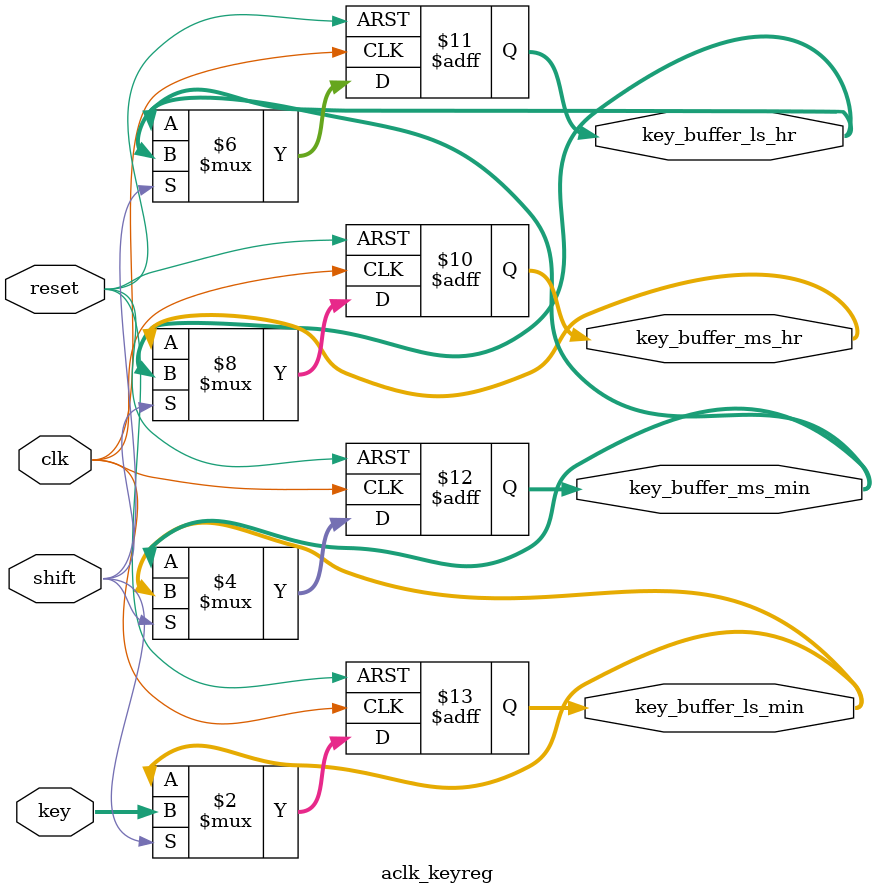
<source format=v>
module aclk_keyreg(clk,
                   reset,
                   key,
                   shift,
                   key_buffer_ms_hr,
                   key_buffer_ls_hr,
                   key_buffer_ms_min,
                   key_buffer_ls_min);

input clk, 
      reset,
      shift;

input [3:0] key;

output reg [3:0]  key_buffer_ms_hr,
                   key_buffer_ls_hr,
                   key_buffer_ms_min,
                   key_buffer_ls_min;

always@(posedge clk or posedge reset)
begin
if(reset)
begin
{key_buffer_ms_hr,
 key_buffer_ls_hr,
 key_buffer_ms_min,
 key_buffer_ls_min}<=0;
end

else
begin
  if(shift)
  begin
  key_buffer_ls_min <= key;
  key_buffer_ms_min <= key_buffer_ls_min;
  key_buffer_ls_hr <= key_buffer_ms_min;
  key_buffer_ms_hr <= key_buffer_ls_hr;
 end
end
end
endmodule

</source>
